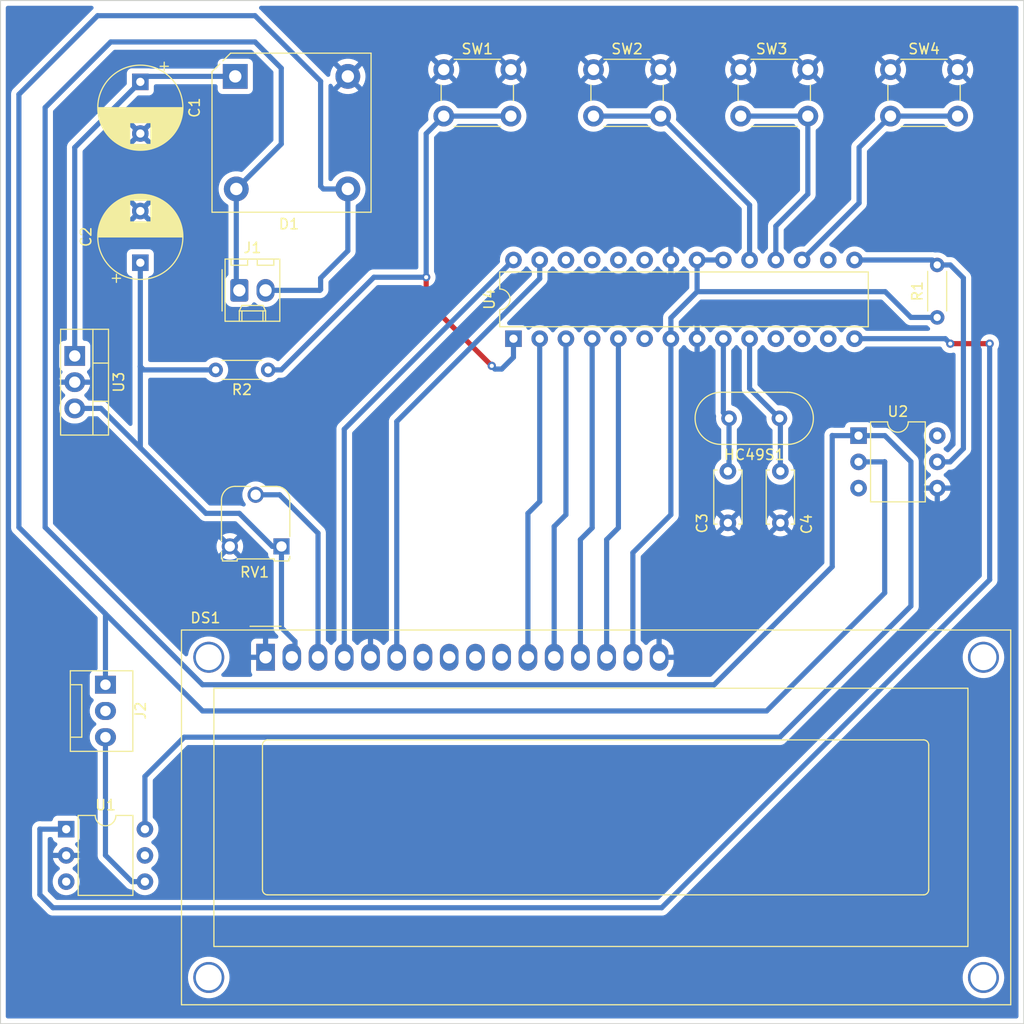
<source format=kicad_pcb>
(kicad_pcb (version 20211014) (generator pcbnew)
  (layers (0 "F.Cu" signal) (31 "B.Cu" signal) (34 "B.Paste" user) (35 "F.Paste" user) (36 "B.SilkS" user "B.Silkscreen") (37 "F.SilkS" user "F.Silkscreen") (38 "B.Mask" user) (39 "F.Mask" user) (44 "Edge.Cuts" user))
  (net 0 "")
  (net 1 "GND")
  (net 2 "Vcc")
  (net 3 "Net-(C3-Pad2)")
  (net 4 "Net-(C4-Pad2)")
  (net 5 "Net-(DS1-Pad3)")
  (net 6 "B5")
  (net 7 "B4")
  (net 12 "Net-(C1-Pad1)")
  (net 13 "D0")
  (net 14 "Zero")
  (net 15 "reset")
  (net 16 "Configura")
  (net 17 "+")
  (net 18 "-")
  (net 19 "controle")
  (net 20 "D1")
  (net 21 "D2")
  (net 22 "D3")
  (net 32 "Vac1")
  (net 33 "Vac2")
  (net 35 "Net-(J2-Pad3)")
  (footprint "Resistor_THT:R_Axial_DIN0204_L3.6mm_D1.6mm_P5.08mm_Horizontal" (layer "F.Cu") (at 51.31 61.16 180)
    (fp_text reference "R2" (at 2.54 -1.92) (layer "F.SilkS"))
    (fp_text value "1k")
    (pad "1" thru_hole circle (at 0 0 180) (size 1.4 1.4) (drill 0.7) (layers *.Cu *.Mask) (net 15 "reset"))
    (pad "2" thru_hole oval (at 5.08 0 180) (size 1.4 1.4) (drill 0.7) (layers *.Cu *.Mask) (net 2 "Vcc"))
  )
  (footprint "Package_DIP:DIP-6_W7.62mm" (layer "F.Cu") (at 108.47 67.525)
    (fp_text reference "U2" (at 3.81 -2.33) (layer "F.SilkS"))
    (fp_text value "4N25")
    (pad "1" thru_hole rect (at 0 0) (size 1.6 1.6) (drill 0.8) (layers *.Cu *.Mask) (net 32 "Vac1"))
    (pad "2" thru_hole oval (at 0 2.54) (size 1.6 1.6) (drill 0.8) (layers *.Cu *.Mask) (net 33 "Vac2"))
    (pad "3" thru_hole oval (at 0 5.08) (size 1.6 1.6) (drill 0.8) (layers *.Cu *.Mask))
    (pad "4" thru_hole oval (at 7.62 5.08) (size 1.6 1.6) (drill 0.8) (layers *.Cu *.Mask) (net 1 "GND"))
    (pad "5" thru_hole oval (at 7.62 2.54) (size 1.6 1.6) (drill 0.8) (layers *.Cu *.Mask) (net 14 "Zero"))
    (pad "6" thru_hole oval (at 7.62 0) (size 1.6 1.6) (drill 0.8) (layers *.Cu *.Mask))
  )
  (footprint "Package_TO_SOT_THT:TO-220-3_Vertical" (layer "F.Cu") (at 32.585 59.81 -90)
    (fp_text reference "U3" (at 2.54 -4.27 90) (layer "F.SilkS"))
    (fp_text value "LM7805_TO220")
    (pad "1" thru_hole rect (at 0 0 270) (size 1.905 2) (drill 1.1) (layers *.Cu *.Mask) (net 12 "Net-(C1-Pad1)"))
    (pad "2" thru_hole oval (at 2.54 0 270) (size 1.905 2) (drill 1.1) (layers *.Cu *.Mask) (net 1 "GND"))
    (pad "3" thru_hole oval (at 5.08 0 270) (size 1.905 2) (drill 1.1) (layers *.Cu *.Mask) (net 2 "Vcc"))
  )
  (footprint "Connector:FanPinHeader_1x03_P2.54mm_Vertical" (layer "F.Cu") (at 35.56 91.64 -90)
    (fp_text reference "J2" (at 2.5 -3.4 90) (layer "F.SilkS"))
    (fp_text value "Conn_01x03_Male")
    (pad "1" thru_hole rect (at 0 0) (size 2.03 1.73) (drill 1.02) (layers *.Cu *.Mask) (net 33 "Vac2"))
    (pad "2" thru_hole oval (at 2.54 0) (size 2.03 1.73) (drill 1.02) (layers *.Cu *.Mask))
    (pad "3" thru_hole oval (at 5.08 0) (size 2.03 1.73) (drill 1.02) (layers *.Cu *.Mask) (net 35 "Net-(J2-Pad3)"))
  )
  (footprint "Resistor_THT:R_Axial_DIN0204_L3.6mm_D1.6mm_P5.08mm_Horizontal" (layer "F.Cu") (at 116.08 56.08 90)
    (fp_text reference "R1" (at 2.54 -1.92 90) (layer "F.SilkS"))
    (fp_text value "1k")
    (pad "1" thru_hole circle (at 0 0 90) (size 1.4 1.4) (drill 0.7) (layers *.Cu *.Mask) (net 2 "Vcc"))
    (pad "2" thru_hole oval (at 5.08 0 90) (size 1.4 1.4) (drill 0.7) (layers *.Cu *.Mask) (net 14 "Zero"))
  )
  (footprint "Capacitor_THT:CP_Radial_D8.0mm_P5.00mm" (layer "F.Cu") (at 38.935 33.277349 -90)
    (fp_text reference "C1" (at 2.5 -5.25 90) (layer "F.SilkS"))
    (fp_text value "100uf")
    (pad "1" thru_hole rect (at 0 0 270) (size 1.6 1.6) (drill 0.8) (layers *.Cu *.Mask) (net 12 "Net-(C1-Pad1)"))
    (pad "2" thru_hole circle (at 5 0 270) (size 1.6 1.6) (drill 0.8) (layers *.Cu *.Mask) (net 1 "GND"))
  )
  (footprint "Capacitor_THT:CP_Radial_D8.0mm_P5.00mm" (layer "F.Cu") (at 38.935 50.782651 90)
    (fp_text reference "C2" (at 2.5 -5.25 90) (layer "F.SilkS"))
    (fp_text value "100uf")
    (pad "1" thru_hole rect (at 0 0 90) (size 1.6 1.6) (drill 0.8) (layers *.Cu *.Mask) (net 2 "Vcc"))
    (pad "2" thru_hole circle (at 5 0 90) (size 1.6 1.6) (drill 0.8) (layers *.Cu *.Mask) (net 1 "GND"))
  )
  (footprint "Connector_Molex:Molex_KK-254_AE-6410-02A_1x02_P2.54mm_Vertical" (layer "F.Cu") (at 48.52 53.46)
    (fp_text reference "J1" (at 1.27 -4.12) (layer "F.SilkS"))
    (fp_text value "Conn_01x02_Male")
    (pad "1" thru_hole roundrect (at 0 0) (size 1.74 2.19) (drill 1.19) (layers *.Cu *.Mask) (roundrect_rratio 0.143678) (net 32 "Vac1"))
    (pad "2" thru_hole oval (at 2.54 0) (size 1.74 2.19) (drill 1.19) (layers *.Cu *.Mask) (net 33 "Vac2"))
  )
  (footprint "Capacitor_THT:C_Disc_D5.0mm_W2.5mm_P5.00mm" (layer "F.Cu") (at 95.82 75.97 90)
    (fp_text reference "C3" (at -0.04 -2.5 90) (layer "F.SilkS"))
    (fp_text value "22pF")
    (pad "1" thru_hole circle (at 0 0 90) (size 1.6 1.6) (drill 0.8) (layers *.Cu *.Mask) (net 1 "GND"))
    (pad "2" thru_hole circle (at 5 0 90) (size 1.6 1.6) (drill 0.8) (layers *.Cu *.Mask) (net 3 "Net-(C3-Pad2)"))
  )
  (footprint "Button_Switch_THT:SW_PUSH_6mm" (layer "F.Cu") (at 82.81 32.09)
    (fp_text reference "SW2" (at 3.25 -2) (layer "F.SilkS"))
    (fp_text value "SW_Push")
    (pad "1" thru_hole circle (at 6.5 0 90) (size 2 2) (drill 1.1) (layers *.Cu *.Mask) (net 1 "GND"))
    (pad "1" thru_hole circle (at 0 0 90) (size 2 2) (drill 1.1) (layers *.Cu *.Mask) (net 1 "GND"))
    (pad "2" thru_hole circle (at 6.5 4.5 90) (size 2 2) (drill 1.1) (layers *.Cu *.Mask) (net 16 "Configura"))
    (pad "2" thru_hole circle (at 0 4.5 90) (size 2 2) (drill 1.1) (layers *.Cu *.Mask) (net 16 "Configura"))
  )
  (footprint "Package_DIP:DIP-28_W7.62mm" (layer "F.Cu") (at 75.06 58.14 90)
    (fp_text reference "U4" (at 3.81 -2.33 90) (layer "F.SilkS"))
    (fp_text value "ATmega328P-P")
    (pad "1" thru_hole rect (at 0 0 90) (size 1.6 1.6) (drill 0.8) (layers *.Cu *.Mask) (net 15 "reset"))
    (pad "2" thru_hole oval (at 0 2.54 90) (size 1.6 1.6) (drill 0.8) (layers *.Cu *.Mask) (net 13 "D0"))
    (pad "3" thru_hole oval (at 0 5.08 90) (size 1.6 1.6) (drill 0.8) (layers *.Cu *.Mask) (net 20 "D1"))
    (pad "4" thru_hole oval (at 0 7.62 90) (size 1.6 1.6) (drill 0.8) (layers *.Cu *.Mask) (net 21 "D2"))
    (pad "5" thru_hole oval (at 0 10.16 90) (size 1.6 1.6) (drill 0.8) (layers *.Cu *.Mask) (net 22 "D3"))
    (pad "6" thru_hole oval (at 0 12.7 90) (size 1.6 1.6) (drill 0.8) (layers *.Cu *.Mask))
    (pad "7" thru_hole oval (at 0 15.24 90) (size 1.6 1.6) (drill 0.8) (layers *.Cu *.Mask) (net 2 "Vcc"))
    (pad "8" thru_hole oval (at 0 17.78 90) (size 1.6 1.6) (drill 0.8) (layers *.Cu *.Mask) (net 1 "GND"))
    (pad "9" thru_hole oval (at 0 20.32 90) (size 1.6 1.6) (drill 0.8) (layers *.Cu *.Mask) (net 3 "Net-(C3-Pad2)"))
    (pad "10" thru_hole oval (at 0 22.86 90) (size 1.6 1.6) (drill 0.8) (layers *.Cu *.Mask) (net 4 "Net-(C4-Pad2)"))
    (pad "11" thru_hole oval (at 0 25.4 90) (size 1.6 1.6) (drill 0.8) (layers *.Cu *.Mask))
    (pad "12" thru_hole oval (at 0 27.94 90) (size 1.6 1.6) (drill 0.8) (layers *.Cu *.Mask))
    (pad "13" thru_hole oval (at 0 30.48 90) (size 1.6 1.6) (drill 0.8) (layers *.Cu *.Mask))
    (pad "14" thru_hole oval (at 0 33.02 90) (size 1.6 1.6) (drill 0.8) (layers *.Cu *.Mask) (net 19 "controle"))
    (pad "15" thru_hole oval (at 7.62 33.02 90) (size 1.6 1.6) (drill 0.8) (layers *.Cu *.Mask) (net 14 "Zero"))
    (pad "16" thru_hole oval (at 7.62 30.48 90) (size 1.6 1.6) (drill 0.8) (layers *.Cu *.Mask))
    (pad "17" thru_hole oval (at 7.62 27.94 90) (size 1.6 1.6) (drill 0.8) (layers *.Cu *.Mask) (net 17 "+"))
    (pad "18" thru_hole oval (at 7.62 25.4 90) (size 1.6 1.6) (drill 0.8) (layers *.Cu *.Mask) (net 18 "-"))
    (pad "19" thru_hole oval (at 7.62 22.86 90) (size 1.6 1.6) (drill 0.8) (layers *.Cu *.Mask) (net 16 "Configura"))
    (pad "20" thru_hole oval (at 7.62 20.32 90) (size 1.6 1.6) (drill 0.8) (layers *.Cu *.Mask) (net 2 "Vcc"))
    (pad "21" thru_hole oval (at 7.62 17.78 90) (size 1.6 1.6) (drill 0.8) (layers *.Cu *.Mask) (net 2 "Vcc"))
    (pad "22" thru_hole oval (at 7.62 15.24 90) (size 1.6 1.6) (drill 0.8) (layers *.Cu *.Mask) (net 1 "GND"))
    (pad "23" thru_hole oval (at 7.62 12.7 90) (size 1.6 1.6) (drill 0.8) (layers *.Cu *.Mask))
    (pad "24" thru_hole oval (at 7.62 10.16 90) (size 1.6 1.6) (drill 0.8) (layers *.Cu *.Mask))
    (pad "25" thru_hole oval (at 7.62 7.62 90) (size 1.6 1.6) (drill 0.8) (layers *.Cu *.Mask))
    (pad "26" thru_hole oval (at 7.62 5.08 90) (size 1.6 1.6) (drill 0.8) (layers *.Cu *.Mask))
    (pad "27" thru_hole oval (at 7.62 2.54 90) (size 1.6 1.6) (drill 0.8) (layers *.Cu *.Mask) (net 7 "B4"))
    (pad "28" thru_hole oval (at 7.62 0 90) (size 1.6 1.6) (drill 0.8) (layers *.Cu *.Mask) (net 6 "B5"))
  )
  (footprint "Crystal:Crystal_HC49-4H_Vertical" (layer "F.Cu") (at 100.81 65.85 180)
    (fp_text reference "HC49S1" (at 2.44 -3.525) (layer "F.SilkS"))
    (fp_text value "Crystal")
    (pad "1" thru_hole circle (at 0 0 180) (size 1.5 1.5) (drill 0.8) (layers *.Cu *.Mask) (net 4 "Net-(C4-Pad2)"))
    (pad "2" thru_hole circle (at 4.88 0 180) (size 1.5 1.5) (drill 0.8) (layers *.Cu *.Mask) (net 3 "Net-(C3-Pad2)"))
  )
  (footprint "Potentiometer_THT:Potentiometer_Runtron_RM-065_Vertical" (layer "F.Cu") (at 52.6 78.25 180)
    (fp_text reference "RV1" (at 2.6 -2.5) (layer "F.SilkS"))
    (fp_text value "R_Potentiometer")
    (pad "1" thru_hole rect (at 0 0 180) (size 1.56 1.56) (drill 1) (layers *.Cu *.Mask) (net 2 "Vcc"))
    (pad "2" thru_hole circle (at 2.5 5 180) (size 1.56 1.56) (drill 1) (layers *.Cu *.Mask) (net 5 "Net-(DS1-Pad3)"))
    (pad "3" thru_hole circle (at 5 0 180) (size 1.56 1.56) (drill 1) (layers *.Cu *.Mask) (net 1 "GND"))
  )
  (footprint "Package_DIP:DIP-6_W7.62mm" (layer "F.Cu") (at 31.76 105.625)
    (fp_text reference "U1" (at 3.81 -2.33) (layer "F.SilkS"))
    (fp_text value "MOC3021M")
    (pad "1" thru_hole rect (at 0 0) (size 1.6 1.6) (drill 0.8) (layers *.Cu *.Mask) (net 19 "controle"))
    (pad "2" thru_hole oval (at 0 2.54) (size 1.6 1.6) (drill 0.8) (layers *.Cu *.Mask) (net 1 "GND"))
    (pad "3" thru_hole oval (at 0 5.08) (size 1.6 1.6) (drill 0.8) (layers *.Cu *.Mask))
    (pad "4" thru_hole oval (at 7.62 5.08) (size 1.6 1.6) (drill 0.8) (layers *.Cu *.Mask) (net 35 "Net-(J2-Pad3)"))
    (pad "5" thru_hole oval (at 7.62 2.54) (size 1.6 1.6) (drill 0.8) (layers *.Cu *.Mask))
    (pad "6" thru_hole oval (at 7.62 0) (size 1.6 1.6) (drill 0.8) (layers *.Cu *.Mask) (net 32 "Vac1"))
  )
  (footprint "Capacitor_THT:C_Disc_D5.0mm_W2.5mm_P5.00mm" (layer "F.Cu") (at 100.9 75.97 90)
    (fp_text reference "C4" (at -0.12 2.54 90) (layer "F.SilkS"))
    (fp_text value "22pF")
    (pad "1" thru_hole circle (at 0 0 90) (size 1.6 1.6) (drill 0.8) (layers *.Cu *.Mask) (net 1 "GND"))
    (pad "2" thru_hole circle (at 5 0 90) (size 1.6 1.6) (drill 0.8) (layers *.Cu *.Mask) (net 4 "Net-(C4-Pad2)"))
  )
  (footprint "Display:WC1602A" (layer "F.Cu") (at 51.06 88.9825)
    (fp_text reference "DS1" (at -5.82 -3.81) (layer "F.SilkS"))
    (fp_text value "WC1602A")
    (pad "" thru_hole circle (at 69.5 0) (size 3 3) (drill 2.5) (layers *.Cu *.Mask))
    (pad "" thru_hole circle (at -5.4991 0) (size 3 3) (drill 2.5) (layers *.Cu *.Mask))
    (pad "" thru_hole circle (at 69.49948 31.0007) (size 3 3) (drill 2.5) (layers *.Cu *.Mask))
    (pad "" thru_hole circle (at -5.4991 31.0007) (size 3 3) (drill 2.5) (layers *.Cu *.Mask))
    (pad "1" thru_hole rect (at 0 0) (size 1.8 2.6) (drill 1.2) (layers *.Cu *.Mask) (net 1 "GND"))
    (pad "2" thru_hole oval (at 2.54 0) (size 1.8 2.6) (drill 1.2) (layers *.Cu *.Mask) (net 2 "Vcc"))
    (pad "3" thru_hole oval (at 5.08 0) (size 1.8 2.6) (drill 1.2) (layers *.Cu *.Mask) (net 5 "Net-(DS1-Pad3)"))
    (pad "4" thru_hole oval (at 7.62 0) (size 1.8 2.6) (drill 1.2) (layers *.Cu *.Mask) (net 6 "B5"))
    (pad "5" thru_hole oval (at 10.16 0) (size 1.8 2.6) (drill 1.2) (layers *.Cu *.Mask) (net 1 "GND"))
    (pad "6" thru_hole oval (at 12.7 0) (size 1.8 2.6) (drill 1.2) (layers *.Cu *.Mask) (net 7 "B4"))
    (pad "7" thru_hole oval (at 15.24 0) (size 1.8 2.6) (drill 1.2) (layers *.Cu *.Mask))
    (pad "8" thru_hole oval (at 17.78 0) (size 1.8 2.6) (drill 1.2) (layers *.Cu *.Mask))
    (pad "9" thru_hole oval (at 20.32 0) (size 1.8 2.6) (drill 1.2) (layers *.Cu *.Mask))
    (pad "10" thru_hole oval (at 22.86 0) (size 1.8 2.6) (drill 1.2) (layers *.Cu *.Mask))
    (pad "11" thru_hole oval (at 25.4 0) (size 1.8 2.6) (drill 1.2) (layers *.Cu *.Mask) (net 13 "D0"))
    (pad "12" thru_hole oval (at 27.94 0) (size 1.8 2.6) (drill 1.2) (layers *.Cu *.Mask) (net 20 "D1"))
    (pad "13" thru_hole oval (at 30.48 0) (size 1.8 2.6) (drill 1.2) (layers *.Cu *.Mask) (net 21 "D2"))
    (pad "14" thru_hole oval (at 33.02 0) (size 1.8 2.6) (drill 1.2) (layers *.Cu *.Mask) (net 22 "D3"))
    (pad "15" thru_hole oval (at 35.56 0) (size 1.8 2.6) (drill 1.2) (layers *.Cu *.Mask) (net 2 "Vcc"))
    (pad "16" thru_hole oval (at 38.1 0) (size 1.8 2.6) (drill 1.2) (layers *.Cu *.Mask) (net 1 "GND"))
  )
  (footprint "Button_Switch_THT:SW_PUSH_6mm" (layer "F.Cu") (at 68.31 32.09)
    (fp_text reference "SW1" (at 3.25 -2) (layer "F.SilkS"))
    (fp_text value "SW_Push")
    (pad "1" thru_hole circle (at 0 0 90) (size 2 2) (drill 1.1) (layers *.Cu *.Mask) (net 1 "GND"))
    (pad "1" thru_hole circle (at 6.5 0 90) (size 2 2) (drill 1.1) (layers *.Cu *.Mask) (net 1 "GND"))
    (pad "2" thru_hole circle (at 0 4.5 90) (size 2 2) (drill 1.1) (layers *.Cu *.Mask) (net 15 "reset"))
    (pad "2" thru_hole circle (at 6.5 4.5 90) (size 2 2) (drill 1.1) (layers *.Cu *.Mask) (net 15 "reset"))
  )
  (footprint "Button_Switch_THT:SW_PUSH_6mm" (layer "F.Cu") (at 111.56 32.09)
    (fp_text reference "SW4" (at 3.25 -2) (layer "F.SilkS"))
    (fp_text value "SW_Push")
    (pad "1" thru_hole circle (at 0 0 90) (size 2 2) (drill 1.1) (layers *.Cu *.Mask) (net 1 "GND"))
    (pad "1" thru_hole circle (at 6.5 0 90) (size 2 2) (drill 1.1) (layers *.Cu *.Mask) (net 1 "GND"))
    (pad "2" thru_hole circle (at 6.5 4.5 90) (size 2 2) (drill 1.1) (layers *.Cu *.Mask) (net 17 "+"))
    (pad "2" thru_hole circle (at 0 4.5 90) (size 2 2) (drill 1.1) (layers *.Cu *.Mask) (net 17 "+"))
  )
  (footprint "Button_Switch_THT:SW_PUSH_6mm" (layer "F.Cu") (at 97.06 32.09)
    (fp_text reference "SW3" (at 3 -2) (layer "F.SilkS"))
    (fp_text value "SW_Push")
    (pad "1" thru_hole circle (at 0 0 90) (size 2 2) (drill 1.1) (layers *.Cu *.Mask) (net 1 "GND"))
    (pad "1" thru_hole circle (at 6.5 0 90) (size 2 2) (drill 1.1) (layers *.Cu *.Mask) (net 1 "GND"))
    (pad "2" thru_hole circle (at 6.5 4.5 90) (size 2 2) (drill 1.1) (layers *.Cu *.Mask) (net 18 "-"))
    (pad "2" thru_hole circle (at 0 4.5 90) (size 2 2) (drill 1.1) (layers *.Cu *.Mask) (net 18 "-"))
  )
  (footprint "Diode_THT:Diode_Bridge_15.1x15.1x6.3mm_P10.9mm" (layer "F.Cu") (at 48.125 32.745)
    (fp_text reference "D1" (at 5.2 14.3 180) (layer "F.SilkS"))
    (fp_text value "KBU4A")
    (pad "1" thru_hole rect (at 0 0 180) (size 2.4 2.4) (drill 1.2) (layers *.Cu *.Mask) (net 12 "Net-(C1-Pad1)"))
    (pad "2" thru_hole circle (at 0.1 10.9 180) (size 2.4 2.4) (drill 1.2) (layers *.Cu *.Mask) (net 32 "Vac1"))
    (pad "3" thru_hole circle (at 10.9 10.9 180) (size 2.4 2.4) (drill 1.2) (layers *.Cu *.Mask) (net 33 "Vac2"))
    (pad "4" thru_hole circle (at 10.9 0 180) (size 2.4 2.4) (drill 1.2) (layers *.Cu *.Mask) (net 1 "GND"))
  )
  (gr_rect (start 124.46 124.46) (end 25.4 25.4) (layer "Edge.Cuts") (width 0.1) (fill none))
  (segment (start 113.54 56.08) (end 111.05 53.59) (width 0.5) (layer "B.Cu") (net 2))
  (segment (start 86.62 78.86) (end 90.3 75.18) (width 0.5) (layer "B.Cu") (net 2))
  (segment (start 53.91 88.6725) (end 53.6 88.9825) (width 0.5) (layer "B.Cu") (net 2))
  (segment (start 46.23 61.16) (end 39.26 61.16) (width 0.5) (layer "B.Cu") (net 2))
  (segment (start 53.91 87.44) (end 53.91 88.6725) (width 0.5) (layer "B.Cu") (net 2))
  (segment (start 32.585 64.89) (end 35.125 64.89) (width 0.5) (layer "B.Cu") (net 2))
  (segment (start 52.6 78.25) (end 52.6 86.13) (width 0.5) (layer "B.Cu") (net 2))
  (segment (start 52.6 86.13) (end 53.91 87.44) (width 0.5) (layer "B.Cu") (net 2))
  (segment (start 92.84 50.52) (end 95.38 50.52) (width 0.5) (layer "B.Cu") (net 2))
  (segment (start 51.72 78.25) (end 52.6 78.25) (width 0.5) (layer "B.Cu") (net 2))
  (segment (start 92.84 53.59) (end 92.84 50.52) (width 0.5) (layer "B.Cu") (net 2))
  (segment (start 111.05 53.59) (end 92.84 53.59) (width 0.5) (layer "B.Cu") (net 2))
  (segment (start 39.26 61.16) (end 38.935 60.835) (width 0.5) (layer "B.Cu") (net 2))
  (segment (start 90.3 58.14) (end 90.3 56.13) (width 0.5) (layer "B.Cu") (net 2))
  (segment (start 48.52 75.05) (end 45.285 75.05) (width 0.5) (layer "B.Cu") (net 2))
  (segment (start 48.52 75.05) (end 51.72 78.25) (width 0.5) (layer "B.Cu") (net 2))
  (segment (start 90.3 56.13) (end 92.84 53.59) (width 0.5) (layer "B.Cu") (net 2))
  (segment (start 38.935 50.782651) (end 38.935 60.835) (width 0.5) (layer "B.Cu") (net 2))
  (segment (start 35.125 64.89) (end 38.935 68.7) (width 0.5) (layer "B.Cu") (net 2))
  (segment (start 38.935 60.835) (end 38.935 68.7) (width 0.5) (layer "B.Cu") (net 2))
  (segment (start 116.08 56.08) (end 113.54 56.08) (width 0.5) (layer "B.Cu") (net 2))
  (segment (start 90.3 75.18) (end 90.3 58.14) (width 0.5) (layer "B.Cu") (net 2))
  (segment (start 86.62 88.9825) (end 86.62 78.86) (width 0.5) (layer "B.Cu") (net 2))
  (segment (start 38.935 68.7) (end 45.285 75.05) (width 0.5) (layer "B.Cu") (net 2))
  (segment (start 95.38 58.14) (end 95.38 65.3) (width 0.5) (layer "B.Cu") (net 3))
  (segment (start 95.93 70.86) (end 95.82 70.97) (width 0.5) (layer "B.Cu") (net 3))
  (segment (start 95.38 65.3) (end 95.93 65.85) (width 0.5) (layer "B.Cu") (net 3))
  (segment (start 95.93 65.85) (end 95.93 70.86) (width 0.5) (layer "B.Cu") (net 3))
  (segment (start 97.92 62.96) (end 100.81 65.85) (width 0.5) (layer "B.Cu") (net 4))
  (segment (start 100.81 70.88) (end 100.9 70.97) (width 0.5) (layer "B.Cu") (net 4))
  (segment (start 97.92 58.14) (end 97.92 62.96) (width 0.5) (layer "B.Cu") (net 4))
  (segment (start 100.9 70.97) (end 100.9 65.94) (width 0.5) (layer "B.Cu") (net 4))
  (segment (start 100.9 65.94) (end 100.81 65.85) (width 0.5) (layer "B.Cu") (net 4))
  (segment (start 56.14 76.97) (end 52.42 73.25) (width 0.5) (layer "B.Cu") (net 5))
  (segment (start 56.14 88.9825) (end 56.14 76.97) (width 0.5) (layer "B.Cu") (net 5))
  (segment (start 52.42 73.25) (end 50.1 73.25) (width 0.5) (layer "B.Cu") (net 5))
  (segment (start 58.68 66.9) (end 58.68 88.9825) (width 0.5) (layer "B.Cu") (net 6))
  (segment (start 75.06 50.52) (end 58.68 66.9) (width 0.5) (layer "B.Cu") (net 6))
  (segment (start 77.6 52.32) (end 63.76 66.16) (width 0.5) (layer "B.Cu") (net 7))
  (segment (start 63.76 66.16) (end 63.76 88.9825) (width 0.5) (layer "B.Cu") (net 7))
  (segment (start 77.6 50.52) (end 77.6 52.32) (width 0.5) (layer "B.Cu") (net 7))
  (segment (start 47.592651 33.277349) (end 48.125 32.745) (width 0.5) (layer "B.Cu") (net 12))
  (segment (start 32.585 39.627349) (end 38.935 33.277349) (width 0.5) (layer "B.Cu") (net 12))
  (segment (start 39.467349 32.745) (end 38.935 33.277349) (width 0.5) (layer "B.Cu") (net 12))
  (segment (start 48.125 32.745) (end 39.467349 32.745) (width 0.5) (layer "B.Cu") (net 12))
  (segment (start 32.585 59.81) (end 32.585 39.627349) (width 0.5) (layer "B.Cu") (net 12))
  (segment (start 77.6 58.14) (end 77.6 73.91) (width 0.5) (layer "B.Cu") (net 13))
  (segment (start 77.6 73.91) (end 76.46 75.05) (width 0.5) (layer "B.Cu") (net 13))
  (segment (start 76.46 75.05) (end 76.46 88.9825) (width 0.5) (layer "B.Cu") (net 13))
  (segment (start 108.08 50.52) (end 115.6 50.52) (width 0.5) (layer "B.Cu") (net 14))
  (segment (start 118.62 68.78) (end 118.62 52.27) (width 0.5) (layer "B.Cu") (net 14))
  (segment (start 116.09 70.065) (end 117.335 70.065) (width 0.5) (layer "B.Cu") (net 14))
  (segment (start 115.6 50.52) (end 116.08 51) (width 0.5) (layer "B.Cu") (net 14))
  (segment (start 118.62 52.27) (end 117.35 51) (width 0.5) (layer "B.Cu") (net 14))
  (segment (start 117.35 51) (end 116.08 51) (width 0.5) (layer "B.Cu") (net 14))
  (segment (start 117.335 70.065) (end 118.62 68.78) (width 0.5) (layer "B.Cu") (net 14))
  (segment (start 66.61 54.42) (end 72.96 60.77) (width 0.5) (layer "F.Cu") (net 15))
  (segment (start 66.61 52.19) (end 66.61 54.42) (width 0.5) (layer "F.Cu") (net 15))
  (via (at 72.96 60.77) (size 0.8) (drill 0.4) (layers "F.Cu" "B.Cu") (net 15))
  (via (at 66.61 52.19) (size 0.8) (drill 0.4) (layers "F.Cu" "B.Cu") (net 15))
  (segment (start 73.92 61.08) (end 73.27 61.08) (width 0.5) (layer "B.Cu") (net 15))
  (segment (start 75.06 59.94) (end 73.92 61.08) (width 0.5) (layer "B.Cu") (net 15))
  (segment (start 68.31 36.59) (end 74.81 36.59) (width 0.5) (layer "B.Cu") (net 15))
  (segment (start 75.06 58.14) (end 75.06 59.94) (width 0.5) (layer "B.Cu") (net 15))
  (segment (start 66.61 52.19) (end 66.61 38.29) (width 0.5) (layer "B.Cu") (net 15))
  (segment (start 52.58 61.16) (end 51.31 61.16) (width 0.5) (layer "B.Cu") (net 15))
  (segment (start 66.61 38.29) (end 68.31 36.59) (width 0.5) (layer "B.Cu") (net 15))
  (segment (start 61.55 52.19) (end 52.58 61.16) (width 0.5) (layer "B.Cu") (net 15))
  (segment (start 73.27 61.08) (end 72.96 60.77) (width 0.5) (layer "B.Cu") (net 15))
  (segment (start 66.61 52.19) (end 61.55 52.19) (width 0.5) (layer "B.Cu") (net 15))
  (segment (start 97.92 45.2) (end 89.31 36.59) (width 0.5) (layer "B.Cu") (net 16))
  (segment (start 82.81 36.59) (end 89.31 36.59) (width 0.5) (layer "B.Cu") (net 16))
  (segment (start 97.92 50.52) (end 97.92 45.2) (width 0.5) (layer "B.Cu") (net 16))
  (segment (start 108.52 39.63) (end 111.56 36.59) (width 0.5) (layer "B.Cu") (net 17))
  (segment (start 108.52 45) (end 108.52 39.63) (width 0.5) (layer "B.Cu") (net 17))
  (segment (start 111.56 36.59) (end 118.06 36.59) (width 0.5) (layer "B.Cu") (net 17))
  (segment (start 103 50.52) (end 108.52 45) (width 0.5) (layer "B.Cu") (net 17))
  (segment (start 100.46 50.52) (end 100.46 47.24) (width 0.5) (layer "B.Cu") (net 18))
  (segment (start 100.46 47.24) (end 103.56 44.14) (width 0.5) (layer "B.Cu") (net 18))
  (segment (start 103.56 44.14) (end 103.56 36.59) (width 0.5) (layer "B.Cu") (net 18))
  (segment (start 97.06 36.59) (end 103.56 36.59) (width 0.5) (layer "B.Cu") (net 18))
  (segment (start 121.16 58.62) (end 117.35 58.62) (width 0.5) (layer "F.Cu") (net 19))
  (via (at 117.35 58.62) (size 0.8) (drill 0.4) (layers "F.Cu" "B.Cu") (net 19))
  (via (at 121.16 58.62) (size 0.8) (drill 0.4) (layers "F.Cu" "B.Cu") (net 19))
  (segment (start 121.16 58.62) (end 121.16 81.48) (width 0.5) (layer "B.Cu") (net 19))
  (segment (start 116.87 58.14) (end 108.08 58.14) (width 0.5) (layer "B.Cu") (net 19))
  (segment (start 89.41 113.23) (end 30.48 113.23) (width 0.5) (layer "B.Cu") (net 19))
  (segment (start 117.35 58.62) (end 116.87 58.14) (width 0.5) (layer "B.Cu") (net 19))
  (segment (start 29.225 105.625) (end 31.76 105.625) (width 0.5) (layer "B.Cu") (net 19))
  (segment (start 121.16 81.48) (end 89.41 113.23) (width 0.5) (layer "B.Cu") (net 19))
  (segment (start 29.21 111.96) (end 29.21 105.61) (width 0.5) (layer "B.Cu") (net 19))
  (segment (start 30.48 113.23) (end 29.21 111.96) (width 0.5) (layer "B.Cu") (net 19))
  (segment (start 29.21 105.61) (end 29.225 105.625) (width 0.5) (layer "B.Cu") (net 19))
  (segment (start 80.14 75.18) (end 79 76.32) (width 0.5) (layer "B.Cu") (net 20))
  (segment (start 79 76.32) (end 79 88.9825) (width 0.5) (layer "B.Cu") (net 20))
  (segment (start 80.14 58.14) (end 80.14 75.18) (width 0.5) (layer "B.Cu") (net 20))
  (segment (start 82.68 76.45) (end 81.54 77.59) (width 0.5) (layer "B.Cu") (net 21))
  (segment (start 82.68 58.14) (end 82.68 76.45) (width 0.5) (layer "B.Cu") (net 21))
  (segment (start 81.54 77.59) (end 81.54 88.9825) (width 0.5) (layer "B.Cu") (net 21))
  (segment (start 84.08 88.9825) (end 84.08 77.59) (width 0.5) (layer "B.Cu") (net 22))
  (segment (start 85.22 76.45) (end 85.22 58.14) (width 0.5) (layer "B.Cu") (net 22))
  (segment (start 84.08 77.59) (end 85.22 76.45) (width 0.5) (layer "B.Cu") (net 22))
  (segment (start 29.72 76.4) (end 29.72 35.76) (width 0.5) (layer "B.Cu") (net 32))
  (segment (start 111.015 67.525) (end 108.47 67.525) (width 0.5) (layer "B.Cu") (net 32))
  (segment (start 48.225 43.645) (end 48.225 53.165) (width 0.5) (layer "B.Cu") (net 32))
  (segment (start 108.47 67.525) (end 105.935 67.525) (width 0.5) (layer "B.Cu") (net 32))
  (segment (start 113.54 84.02) (end 113.54 70.05) (width 0.5) (layer "B.Cu") (net 32))
  (segment (start 39.38 100.52) (end 43.18 96.72) (width 0.5) (layer "B.Cu") (net 32))
  (segment (start 94.49 91.64) (end 44.96 91.64) (width 0.5) (layer "B.Cu") (net 32))
  (segment (start 105.935 67.525) (end 105.92 67.51) (width 0.5) (layer "B.Cu") (net 32))
  (segment (start 105.92 80.21) (end 94.49 91.64) (width 0.5) (layer "B.Cu") (net 32))
  (segment (start 113.54 70.05) (end 111.015 67.525) (width 0.5) (layer "B.Cu") (net 32))
  (segment (start 29.72 35.76) (end 36.07 29.41) (width 0.5) (layer "B.Cu") (net 32))
  (segment (start 105.92 67.51) (end 105.92 80.21) (width 0.5) (layer "B.Cu") (net 32))
  (segment (start 52.58 39.29) (end 48.225 43.645) (width 0.5) (layer "B.Cu") (net 32))
  (segment (start 100.84 96.72) (end 43.18 96.72) (width 0.5) (layer "B.Cu") (net 32))
  (segment (start 52.58 31.95) (end 52.58 39.29) (width 0.5) (layer "B.Cu") (net 32))
  (segment (start 44.96 91.64) (end 29.72 76.4) (width 0.5) (layer "B.Cu") (net 32))
  (segment (start 100.84 96.72) (end 113.54 84.02) (width 0.5) (layer "B.Cu") (net 32))
  (segment (start 48.225 53.165) (end 48.52 53.46) (width 0.5) (layer "B.Cu") (net 32))
  (segment (start 39.38 105.625) (end 39.38 100.52) (width 0.5) (layer "B.Cu") (net 32))
  (segment (start 36.07 29.41) (end 50.04 29.41) (width 0.5) (layer "B.Cu") (net 32))
  (segment (start 50.04 29.41) (end 52.58 31.95) (width 0.5) (layer "B.Cu") (net 32))
  (segment (start 56.39 33.22) (end 56.39 43.38) (width 0.5) (layer "B.Cu") (net 33))
  (segment (start 56.655 43.645) (end 59.025 43.645) (width 0.5) (layer "B.Cu") (net 33))
  (segment (start 59.025 49.635) (end 56.39 52.27) (width 0.5) (layer "B.Cu") (net 33))
  (segment (start 27.18 76.4) (end 27.18 34.49) (width 0.5) (layer "B.Cu") (net 33))
  (segment (start 32.26 81.48) (end 27.18 76.4) (width 0.5) (layer "B.Cu") (net 33))
  (segment (start 111 70.05) (end 111 82.75) (width 0.5) (layer "B.Cu") (net 33))
  (segment (start 108.47 70.065) (end 110.985 70.065) (width 0.5) (layer "B.Cu") (net 33))
  (segment (start 56.31 53.46) (end 51.06 53.46) (width 0.5) (layer "B.Cu") (net 33))
  (segment (start 99.57 94.18) (end 44.96 94.18) (width 0.5) (layer "B.Cu") (net 33))
  (segment (start 59.025 43.645) (end 59.025 49.635) (width 0.5) (layer "B.Cu") (net 33))
  (segment (start 56.39 52.27) (end 56.39 53.38) (width 0.5) (layer "B.Cu") (net 33))
  (segment (start 111 82.75) (end 99.57 94.18) (width 0.5) (layer "B.Cu") (net 33))
  (segment (start 35.56 84.78) (end 35.08 84.3) (width 0.5) (layer "B.Cu") (net 33))
  (segment (start 56.39 53.38) (end 56.31 53.46) (width 0.5) (layer "B.Cu") (net 33))
  (segment (start 35.08 84.3) (end 32.26 81.48) (width 0.5) (layer "B.Cu") (net 33))
  (segment (start 44.96 94.18) (end 35.08 84.3) (width 0.5) (layer "B.Cu") (net 33))
  (segment (start 27.18 34.49) (end 34.8 26.87) (width 0.5) (layer "B.Cu") (net 33))
  (segment (start 110.985 70.065) (end 111 70.05) (width 0.5) (layer "B.Cu") (net 33))
  (segment (start 35.56 91.64) (end 35.56 84.78) (width 0.5) (layer "B.Cu") (net 33))
  (segment (start 50.04 26.87) (end 56.39 33.22) (width 0.5) (layer "B.Cu") (net 33))
  (segment (start 56.39 43.38) (end 56.655 43.645) (width 0.5) (layer "B.Cu") (net 33))
  (segment (start 34.8 26.87) (end 50.04 26.87) (width 0.5) (layer "B.Cu") (net 33))
  (segment (start 35.56 108.15) (end 38.115 110.705) (width 0.5) (layer "B.Cu") (net 35))
  (segment (start 38.115 110.705) (end 39.38 110.705) (width 0.5) (layer "B.Cu") (net 35))
  (segment (start 35.56 96.72) (end 35.56 108.15) (width 0.5) (layer "B.Cu") (net 35))
  (zone (net 1) (net_name "GND") (layer "B.Cu") (connect_pads (clearance 0.508)) (min_thickness 0.4) (fill yes (thermal_gap 0.508) (thermal_bridge_width 0.508))
    (polygon (pts (xy 124.46 124.46) (xy 25.4 124.46) (xy 25.4 25.4) (xy 124.46 25.4)))
  )
)
</source>
